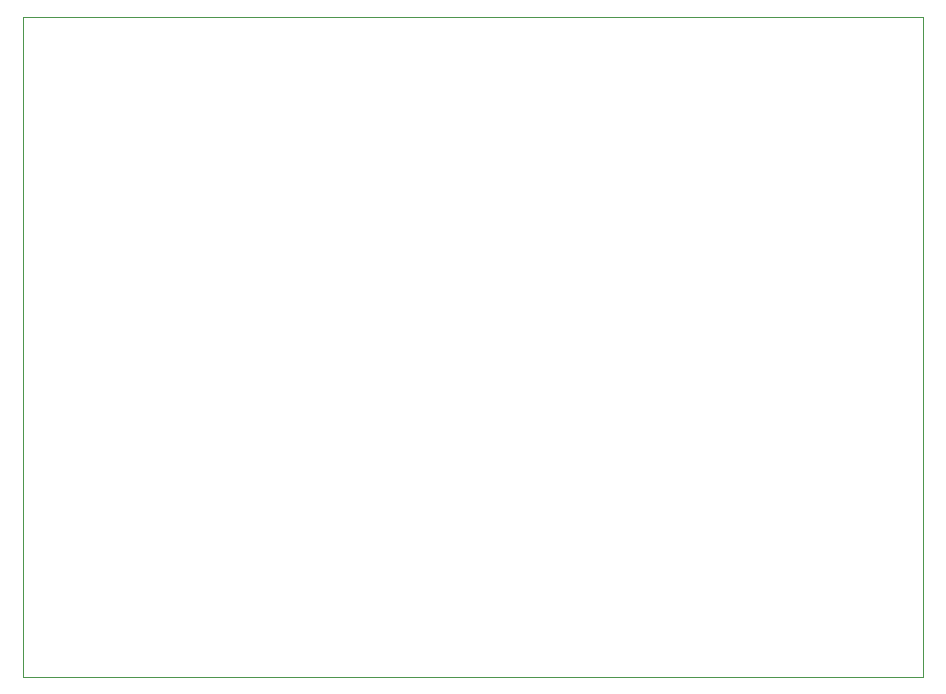
<source format=gbr>
%TF.GenerationSoftware,KiCad,Pcbnew,(6.0.8)*%
%TF.CreationDate,2023-01-11T15:29:57+01:00*%
%TF.ProjectId,BSPD,42535044-2e6b-4696-9361-645f70636258,rev?*%
%TF.SameCoordinates,Original*%
%TF.FileFunction,Profile,NP*%
%FSLAX46Y46*%
G04 Gerber Fmt 4.6, Leading zero omitted, Abs format (unit mm)*
G04 Created by KiCad (PCBNEW (6.0.8)) date 2023-01-11 15:29:57*
%MOMM*%
%LPD*%
G01*
G04 APERTURE LIST*
%TA.AperFunction,Profile*%
%ADD10C,0.100000*%
%TD*%
G04 APERTURE END LIST*
D10*
X93980000Y-66040000D02*
X170180000Y-66040000D01*
X170180000Y-66040000D02*
X170180000Y-121920000D01*
X170180000Y-121920000D02*
X93980000Y-121920000D01*
X93980000Y-121920000D02*
X93980000Y-66040000D01*
M02*

</source>
